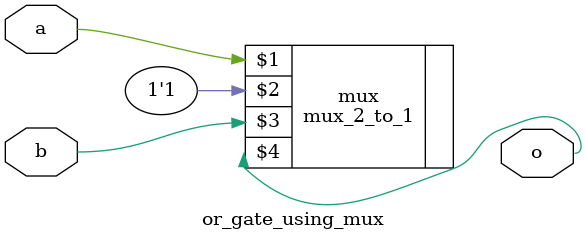
<source format=v>
module or_gate_using_mux
(
    input  a,
    input  b,
    output o
);

    mux_2_to_1 mux (a, 1'b1, b, o);

endmodule


</source>
